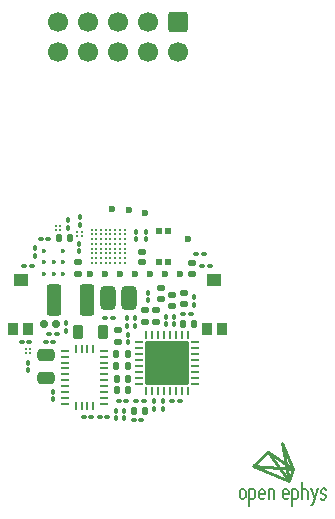
<source format=gts>
%TF.GenerationSoftware,KiCad,Pcbnew,(6.0.0)*%
%TF.CreationDate,2022-01-25T07:30:51-08:00*%
%TF.ProjectId,headstage-64s,68656164-7374-4616-9765-2d3634732e6b,A*%
%TF.SameCoordinates,Original*%
%TF.FileFunction,Soldermask,Top*%
%TF.FilePolarity,Negative*%
%FSLAX46Y46*%
G04 Gerber Fmt 4.6, Leading zero omitted, Abs format (unit mm)*
G04 Created by KiCad (PCBNEW (6.0.0)) date 2022-01-25 07:30:51*
%MOMM*%
%LPD*%
G01*
G04 APERTURE LIST*
G04 Aperture macros list*
%AMRoundRect*
0 Rectangle with rounded corners*
0 $1 Rounding radius*
0 $2 $3 $4 $5 $6 $7 $8 $9 X,Y pos of 4 corners*
0 Add a 4 corners polygon primitive as box body*
4,1,4,$2,$3,$4,$5,$6,$7,$8,$9,$2,$3,0*
0 Add four circle primitives for the rounded corners*
1,1,$1+$1,$2,$3*
1,1,$1+$1,$4,$5*
1,1,$1+$1,$6,$7*
1,1,$1+$1,$8,$9*
0 Add four rect primitives between the rounded corners*
20,1,$1+$1,$2,$3,$4,$5,0*
20,1,$1+$1,$4,$5,$6,$7,0*
20,1,$1+$1,$6,$7,$8,$9,0*
20,1,$1+$1,$8,$9,$2,$3,0*%
G04 Aperture macros list end*
%ADD10C,0.180000*%
%ADD11C,0.275000*%
%ADD12RoundRect,0.250000X-0.600000X0.600000X-0.600000X-0.600000X0.600000X-0.600000X0.600000X0.600000X0*%
%ADD13C,1.700000*%
%ADD14RoundRect,0.325000X0.325000X0.675000X-0.325000X0.675000X-0.325000X-0.675000X0.325000X-0.675000X0*%
%ADD15RoundRect,0.100000X-0.130000X-0.100000X0.130000X-0.100000X0.130000X0.100000X-0.130000X0.100000X0*%
%ADD16RoundRect,0.147500X0.172500X-0.147500X0.172500X0.147500X-0.172500X0.147500X-0.172500X-0.147500X0*%
%ADD17RoundRect,0.147500X0.147500X0.172500X-0.147500X0.172500X-0.147500X-0.172500X0.147500X-0.172500X0*%
%ADD18RoundRect,0.100000X-0.100000X0.130000X-0.100000X-0.130000X0.100000X-0.130000X0.100000X0.130000X0*%
%ADD19RoundRect,0.100000X0.130000X0.100000X-0.130000X0.100000X-0.130000X-0.100000X0.130000X-0.100000X0*%
%ADD20RoundRect,0.027500X0.247500X-0.247500X0.247500X0.247500X-0.247500X0.247500X-0.247500X-0.247500X0*%
%ADD21C,0.185000*%
%ADD22RoundRect,0.100000X0.100000X-0.130000X0.100000X0.130000X-0.100000X0.130000X-0.100000X-0.130000X0*%
%ADD23RoundRect,0.050000X-0.250000X0.200000X-0.250000X-0.200000X0.250000X-0.200000X0.250000X0.200000X0*%
%ADD24RoundRect,0.050000X-0.250000X0.075000X-0.250000X-0.075000X0.250000X-0.075000X0.250000X0.075000X0*%
%ADD25RoundRect,0.050000X0.075000X0.250000X-0.075000X0.250000X-0.075000X-0.250000X0.075000X-0.250000X0*%
%ADD26RoundRect,0.059200X1.790800X1.790800X-1.790800X1.790800X-1.790800X-1.790800X1.790800X-1.790800X0*%
%ADD27RoundRect,0.140000X0.140000X0.170000X-0.140000X0.170000X-0.140000X-0.170000X0.140000X-0.170000X0*%
%ADD28RoundRect,0.140000X0.170000X-0.140000X0.170000X0.140000X-0.170000X0.140000X-0.170000X-0.140000X0*%
%ADD29RoundRect,0.250000X-0.375000X-1.075000X0.375000X-1.075000X0.375000X1.075000X-0.375000X1.075000X0*%
%ADD30RoundRect,0.140000X-0.170000X0.140000X-0.170000X-0.140000X0.170000X-0.140000X0.170000X0.140000X0*%
%ADD31C,0.200000*%
%ADD32RoundRect,0.250000X-0.475000X0.250000X-0.475000X-0.250000X0.475000X-0.250000X0.475000X0.250000X0*%
%ADD33R,0.254000X0.675000*%
%ADD34R,0.675000X0.254000*%
%ADD35RoundRect,0.147500X-0.147500X-0.172500X0.147500X-0.172500X0.147500X0.172500X-0.147500X0.172500X0*%
%ADD36C,0.359999*%
%ADD37RoundRect,0.147500X-0.172500X0.147500X-0.172500X-0.147500X0.172500X-0.147500X0.172500X0.147500X0*%
%ADD38RoundRect,0.110000X-0.490000X-0.440000X0.490000X-0.440000X0.490000X0.440000X-0.490000X0.440000X0*%
%ADD39RoundRect,0.085000X-0.340000X-0.465000X0.340000X-0.465000X0.340000X0.465000X-0.340000X0.465000X0*%
%ADD40C,0.600000*%
%ADD41RoundRect,0.218750X0.218750X0.381250X-0.218750X0.381250X-0.218750X-0.381250X0.218750X-0.381250X0*%
%ADD42RoundRect,0.140000X-0.140000X-0.170000X0.140000X-0.170000X0.140000X0.170000X-0.140000X0.170000X0*%
%ADD43RoundRect,0.150000X0.150000X0.200000X-0.150000X0.200000X-0.150000X-0.200000X0.150000X-0.200000X0*%
G04 APERTURE END LIST*
D10*
%TO.C,*%
X139140000Y-78618750D02*
X139140000Y-77198750D01*
X140720000Y-78578750D02*
X140720000Y-78558750D01*
X140740000Y-78608750D02*
X140720000Y-78578750D01*
X140790000Y-78638750D02*
X140740000Y-78608750D01*
X140830000Y-78658750D02*
X140790000Y-78638750D01*
X141040000Y-78278750D02*
X140880000Y-78158750D01*
X141130000Y-78368750D02*
X141040000Y-78278750D01*
X141140000Y-78418750D02*
X141130000Y-78368750D01*
X141140000Y-78468750D02*
X141140000Y-78418750D01*
X140960000Y-78658750D02*
G75*
G03*
X141140000Y-78478750I0J180000D01*
G01*
X140840000Y-78658750D02*
X140960000Y-78658750D01*
X141120000Y-77788750D02*
X141120000Y-77808750D01*
X141100000Y-77758750D02*
X141120000Y-77788750D01*
X141050000Y-77728750D02*
X141100000Y-77758750D01*
X141010000Y-77708750D02*
X141050000Y-77728750D01*
X140750000Y-78058750D02*
X140910000Y-78178750D01*
X140710000Y-77998750D02*
X140750000Y-78058750D01*
X140700000Y-77948750D02*
X140710000Y-77998750D01*
X140700000Y-77898750D02*
X140700000Y-77948750D01*
X137980000Y-77948750D02*
X137980000Y-78188750D01*
X137860000Y-78628750D02*
G75*
G03*
X137930000Y-78558750I0J70000D01*
G01*
X137680000Y-78628750D02*
X137860000Y-78628750D01*
X137560000Y-78188750D02*
X137980000Y-78188750D01*
X137500000Y-78448750D02*
G75*
G03*
X137680000Y-78628750I180000J0D01*
G01*
X137500000Y-77928750D02*
X137500000Y-78448750D01*
X137680000Y-77748750D02*
G75*
G03*
X137500000Y-77928750I0J-180000D01*
G01*
X137800000Y-77748750D02*
X137680000Y-77748750D01*
X137980000Y-77928750D02*
G75*
G03*
X137800000Y-77748750I-180000J0D01*
G01*
X134670000Y-78638750D02*
X134670000Y-79158750D01*
X134970000Y-77748750D02*
X134670000Y-77748750D01*
X135150000Y-77928750D02*
G75*
G03*
X134970000Y-77748750I-180000J0D01*
G01*
X135150000Y-78448750D02*
X135150000Y-77928750D01*
X134970000Y-78628750D02*
G75*
G03*
X135150000Y-78448750I0J180000D01*
G01*
X134670000Y-78628750D02*
X134970000Y-78628750D01*
X134670000Y-77748750D02*
X134670000Y-78628750D01*
X139900000Y-79148750D02*
X139850000Y-79148750D01*
X139990000Y-79128750D02*
X139900000Y-79148750D01*
X140060000Y-79028750D02*
X139990000Y-79128750D01*
X140490000Y-77658750D02*
X140070000Y-79008750D01*
X139850000Y-77658750D02*
X140180000Y-78618750D01*
X138300000Y-78638750D02*
X138300000Y-79158750D01*
X135960000Y-77948750D02*
X135960000Y-78188750D01*
X135840000Y-78628750D02*
G75*
G03*
X135910000Y-78558750I0J70000D01*
G01*
X135660000Y-78628750D02*
X135840000Y-78628750D01*
X135540000Y-78188750D02*
X135960000Y-78188750D01*
X140880000Y-77708750D02*
G75*
G03*
X140700000Y-77888750I0J-180000D01*
G01*
X141000000Y-77708750D02*
X140880000Y-77708750D01*
X139440000Y-77748750D02*
X139210000Y-77748750D01*
X139620000Y-77928750D02*
G75*
G03*
X139440000Y-77748750I-180000J0D01*
G01*
X139630000Y-78628750D02*
X139620000Y-77928750D01*
X138600000Y-77748750D02*
X138300000Y-77748750D01*
X138780000Y-77928750D02*
G75*
G03*
X138600000Y-77748750I-180000J0D01*
G01*
X138780000Y-78448750D02*
X138780000Y-77928750D01*
X138600000Y-78628750D02*
G75*
G03*
X138780000Y-78448750I0J180000D01*
G01*
X138300000Y-78628750D02*
X138600000Y-78628750D01*
X138300000Y-77748750D02*
X138300000Y-78628750D01*
X136300000Y-77748750D02*
X136300000Y-78628750D01*
X136600000Y-77748750D02*
X136300000Y-77748750D01*
X136780000Y-77928750D02*
G75*
G03*
X136600000Y-77748750I-180000J0D01*
G01*
X136780000Y-78628750D02*
X136780000Y-77928750D01*
X135480000Y-78448750D02*
G75*
G03*
X135660000Y-78628750I180000J0D01*
G01*
X135480000Y-77928750D02*
X135480000Y-78448750D01*
X135660000Y-77748750D02*
G75*
G03*
X135480000Y-77928750I0J-180000D01*
G01*
X135780000Y-77748750D02*
X135660000Y-77748750D01*
X135960000Y-77928750D02*
G75*
G03*
X135780000Y-77748750I-180000J0D01*
G01*
X133860000Y-78448750D02*
G75*
G03*
X134040000Y-78628750I180000J0D01*
G01*
X133860000Y-77928750D02*
X133860000Y-78448750D01*
X134040000Y-77748750D02*
G75*
G03*
X133860000Y-77928750I0J-180000D01*
G01*
X134160000Y-77748750D02*
X134040000Y-77748750D01*
X134340000Y-77928750D02*
G75*
G03*
X134160000Y-77748750I-180000J0D01*
G01*
X134340000Y-78448750D02*
X134340000Y-77928750D01*
X134160000Y-78628750D02*
G75*
G03*
X134340000Y-78448750I0J180000D01*
G01*
X134040000Y-78628750D02*
X134160000Y-78628750D01*
D11*
X136260000Y-74588750D02*
X138060000Y-77088750D01*
X134960000Y-75788750D02*
X136260000Y-74588750D01*
X138360000Y-76088750D02*
X136260000Y-74588750D01*
X137460000Y-73888750D02*
X138360000Y-76088750D01*
X138060000Y-77088750D02*
X137460000Y-73888750D01*
X138060000Y-77088750D02*
X138360000Y-76088750D01*
X134960000Y-75788750D02*
X138360000Y-76088750D01*
X138060000Y-77088750D02*
X134960000Y-75788750D01*
%TD*%
D12*
%TO.C,J3*%
X128580000Y-38247500D03*
D13*
X126040000Y-38247500D03*
X123500000Y-38247500D03*
X120960000Y-38247500D03*
X118420000Y-38247500D03*
X128580000Y-40787500D03*
X126040000Y-40787500D03*
X123500000Y-40787500D03*
X120960000Y-40787500D03*
X118420000Y-40787500D03*
%TD*%
D14*
%TO.C,J1*%
X124510000Y-61550000D03*
X122710000Y-61550000D03*
%TD*%
D15*
%TO.C,C24*%
X115580000Y-58900000D03*
X116220000Y-58900000D03*
%TD*%
D16*
%TO.C,L7*%
X127150000Y-61710000D03*
X127150000Y-60740000D03*
%TD*%
D17*
%TO.C,L2*%
X124370000Y-67300000D03*
X123400000Y-67300000D03*
%TD*%
%TO.C,L1*%
X124385000Y-68400000D03*
X123415000Y-68400000D03*
%TD*%
D18*
%TO.C,R16*%
X116475000Y-57380000D03*
X116475000Y-58020000D03*
%TD*%
D19*
%TO.C,C41*%
X117650000Y-56550000D03*
X117010000Y-56550000D03*
%TD*%
D20*
%TO.C,SW1*%
X127025000Y-58525000D03*
X127775000Y-58525000D03*
X127025000Y-55875000D03*
X127775000Y-55875000D03*
%TD*%
D19*
%TO.C,C27*%
X116020000Y-65300000D03*
X115380000Y-65300000D03*
%TD*%
D21*
%TO.C,U8*%
X124100000Y-58600000D03*
X123700000Y-58600000D03*
X123300000Y-58600000D03*
X122900000Y-58600000D03*
X122500000Y-58600000D03*
X122100000Y-58600000D03*
X121700000Y-58600000D03*
X121300000Y-58600000D03*
X124100000Y-58200000D03*
X123700000Y-58200000D03*
X123300000Y-58200000D03*
X122900000Y-58200000D03*
X122500000Y-58200000D03*
X122100000Y-58200000D03*
X121700000Y-58200000D03*
X121300000Y-58200000D03*
X124100000Y-57800000D03*
X123700000Y-57800000D03*
X123300000Y-57800000D03*
X122900000Y-57800000D03*
X122500000Y-57800000D03*
X122100000Y-57800000D03*
X121700000Y-57800000D03*
X121300000Y-57800000D03*
X124100000Y-57400000D03*
X123700000Y-57400000D03*
X123300000Y-57400000D03*
X122900000Y-57400000D03*
X122500000Y-57400000D03*
X122100000Y-57400000D03*
X121700000Y-57400000D03*
X121300000Y-57400000D03*
X124100000Y-57000000D03*
X123700000Y-57000000D03*
X123300000Y-57000000D03*
X122900000Y-57000000D03*
X122500000Y-57000000D03*
X122100000Y-57000000D03*
X121700000Y-57000000D03*
X121300000Y-57000000D03*
X124100000Y-56600000D03*
X123700000Y-56600000D03*
X123300000Y-56600000D03*
X122900000Y-56600000D03*
X122500000Y-56600000D03*
X122100000Y-56600000D03*
X121700000Y-56600000D03*
X121300000Y-56600000D03*
X124100000Y-56200000D03*
X123700000Y-56200000D03*
X123300000Y-56200000D03*
X122900000Y-56200000D03*
X122500000Y-56200000D03*
X122100000Y-56200000D03*
X121700000Y-56200000D03*
X121300000Y-56200000D03*
X124100000Y-55800000D03*
X123700000Y-55800000D03*
X123300000Y-55800000D03*
X122900000Y-55800000D03*
X122500000Y-55800000D03*
X122100000Y-55800000D03*
X121700000Y-55800000D03*
X121300000Y-55800000D03*
%TD*%
D22*
%TO.C,R15*%
X126070000Y-61770000D03*
X126070000Y-61130000D03*
%TD*%
D23*
%TO.C,D2*%
X125600000Y-57650000D03*
X125600000Y-58550000D03*
%TD*%
D24*
%TO.C,U7*%
X130100000Y-68849999D03*
X130100000Y-68350000D03*
X130100000Y-67850001D03*
X130100000Y-67350000D03*
X130100000Y-66850000D03*
X130100000Y-66350002D03*
X130100000Y-65850000D03*
X130100000Y-65350001D03*
D25*
X129449999Y-64700000D03*
X128950000Y-64700000D03*
X128450001Y-64700000D03*
X127950000Y-64700000D03*
X127450000Y-64700000D03*
X126950002Y-64700000D03*
X126450000Y-64700000D03*
X125950001Y-64700000D03*
D24*
X125300000Y-65350001D03*
X125300000Y-65850000D03*
X125300000Y-66350002D03*
X125300000Y-66850000D03*
X125300000Y-67350000D03*
X125300000Y-67850001D03*
X125300000Y-68350000D03*
X125300000Y-68849999D03*
D25*
X125950001Y-69500000D03*
X126450000Y-69500000D03*
X126950002Y-69500000D03*
X127450000Y-69500000D03*
X127950000Y-69500000D03*
X128450001Y-69500000D03*
X128950000Y-69500000D03*
X129449999Y-69500000D03*
D26*
X127700000Y-67100000D03*
%TD*%
D18*
%TO.C,C29*%
X115900000Y-67080000D03*
X115900000Y-67720000D03*
%TD*%
%TO.C,C40*%
X120275000Y-57005000D03*
X120275000Y-57645000D03*
%TD*%
D22*
%TO.C,C20*%
X118025000Y-70145000D03*
X118025000Y-69505000D03*
%TD*%
%TO.C,R25*%
X125100000Y-56620000D03*
X125100000Y-55980000D03*
%TD*%
D27*
%TO.C,C34*%
X124355000Y-66325000D03*
X123395000Y-66325000D03*
%TD*%
D18*
%TO.C,R7*%
X119100000Y-63705000D03*
X119100000Y-64345000D03*
%TD*%
D15*
%TO.C,R8*%
X122480000Y-63300000D03*
X123120000Y-63300000D03*
%TD*%
D18*
%TO.C,R20*%
X125900000Y-55980000D03*
X125900000Y-56620000D03*
%TD*%
D22*
%TO.C,C8*%
X124300000Y-63920000D03*
X124300000Y-63280000D03*
%TD*%
D19*
%TO.C,C14*%
X124250000Y-70275000D03*
X123610000Y-70275000D03*
%TD*%
D15*
%TO.C,R11*%
X117405000Y-65325000D03*
X118045000Y-65325000D03*
%TD*%
D28*
%TO.C,C12*%
X125830000Y-63600000D03*
X125830000Y-62640000D03*
%TD*%
D22*
%TO.C,R5*%
X127375000Y-70970000D03*
X127375000Y-70330000D03*
%TD*%
%TO.C,C16*%
X128275000Y-63820000D03*
X128275000Y-63180000D03*
%TD*%
D27*
%TO.C,C17*%
X124380000Y-69400000D03*
X123420000Y-69400000D03*
%TD*%
D18*
%TO.C,C4*%
X126625000Y-70330000D03*
X126625000Y-70970000D03*
%TD*%
D19*
%TO.C,C7*%
X125745000Y-70275000D03*
X125105000Y-70275000D03*
%TD*%
D22*
%TO.C,C37*%
X120300000Y-55370000D03*
X120300000Y-54730000D03*
%TD*%
D15*
%TO.C,C26*%
X130180000Y-57850000D03*
X130820000Y-57850000D03*
%TD*%
D29*
%TO.C,L3*%
X118130000Y-61720000D03*
X120930000Y-61720000D03*
%TD*%
D30*
%TO.C,C2*%
X123500000Y-64320000D03*
X123500000Y-65280000D03*
%TD*%
D27*
%TO.C,C1*%
X125830000Y-71125000D03*
X124870000Y-71125000D03*
%TD*%
D31*
%TO.C,U4*%
X115725000Y-66250000D03*
X115725000Y-65900000D03*
X116075000Y-66250000D03*
X116075000Y-65900000D03*
%TD*%
D32*
%TO.C,C18*%
X117425000Y-66425000D03*
X117425000Y-68325000D03*
%TD*%
D31*
%TO.C,U10*%
X118275000Y-55500000D03*
X118625000Y-55500000D03*
X118275000Y-55850000D03*
X118625000Y-55850000D03*
%TD*%
D33*
%TO.C,U3*%
X119950000Y-65912500D03*
D34*
X122362500Y-70550000D03*
D33*
X119950000Y-70687500D03*
D34*
X119037500Y-70550000D03*
D33*
X120450000Y-70687500D03*
X120950000Y-70687500D03*
X121450000Y-70687500D03*
D34*
X119037500Y-70050000D03*
X119037500Y-69550000D03*
X119037500Y-69050000D03*
X119037500Y-68550000D03*
X119037500Y-68050000D03*
X119037500Y-67550000D03*
X119037500Y-67050000D03*
X119037500Y-66550000D03*
X119037500Y-66050000D03*
X122362500Y-70050000D03*
X122362500Y-69550000D03*
X122362500Y-69050000D03*
X122362500Y-68550000D03*
X122362500Y-68050000D03*
X122362500Y-67550000D03*
X122362500Y-67050000D03*
X122362500Y-66550000D03*
X122362500Y-66050000D03*
D33*
X120450000Y-65912500D03*
X120950000Y-65912500D03*
X121450000Y-65912500D03*
%TD*%
D35*
%TO.C,L9*%
X118520000Y-56500000D03*
X119490000Y-56500000D03*
%TD*%
D15*
%TO.C,R12*%
X117710000Y-64625000D03*
X118350000Y-64625000D03*
%TD*%
D22*
%TO.C,C21*%
X123375000Y-71770000D03*
X123375000Y-71130000D03*
%TD*%
D15*
%TO.C,R6*%
X128130000Y-70275000D03*
X128770000Y-70275000D03*
%TD*%
D19*
%TO.C,C9*%
X129695000Y-62975000D03*
X129055000Y-62975000D03*
%TD*%
D22*
%TO.C,C6*%
X129975000Y-62170000D03*
X129975000Y-61530000D03*
%TD*%
%TO.C,C15*%
X124400000Y-65320000D03*
X124400000Y-64680000D03*
%TD*%
D36*
%TO.C,U5*%
X117299999Y-59574998D03*
X117300000Y-58575000D03*
X117300000Y-57575000D03*
X118100000Y-59575000D03*
X118100000Y-58575000D03*
X118900000Y-59575000D03*
X118900000Y-58575000D03*
X118900000Y-57575000D03*
%TD*%
D37*
%TO.C,L8*%
X120175000Y-58565000D03*
X120175000Y-59535000D03*
%TD*%
D19*
%TO.C,R4*%
X122645000Y-71675000D03*
X122005000Y-71675000D03*
%TD*%
D22*
%TO.C,C5*%
X125000000Y-63920000D03*
X125000000Y-63280000D03*
%TD*%
D38*
%TO.C,D1*%
X115300000Y-60050000D03*
D39*
X115950000Y-64200000D03*
X114650000Y-64200000D03*
%TD*%
D40*
%TO.C,TP4*%
X124450000Y-54125000D03*
%TD*%
D28*
%TO.C,C25*%
X129800000Y-59580000D03*
X129800000Y-58620000D03*
%TD*%
D40*
%TO.C,J5*%
X121187047Y-59567641D03*
X122457047Y-59567641D03*
X123727047Y-59567641D03*
X124997047Y-59567641D03*
X126267047Y-59567641D03*
X127537047Y-59567641D03*
X128807047Y-59567641D03*
%TD*%
D41*
%TO.C,L4*%
X122262500Y-64500000D03*
X120137500Y-64500000D03*
%TD*%
D28*
%TO.C,C35*%
X128125000Y-62280000D03*
X128125000Y-61320000D03*
%TD*%
D19*
%TO.C,R3*%
X125495000Y-71900000D03*
X124855000Y-71900000D03*
%TD*%
%TO.C,R17*%
X131320000Y-58875000D03*
X130680000Y-58875000D03*
%TD*%
D38*
%TO.C,D3*%
X131700000Y-60050000D03*
D39*
X132350000Y-64200000D03*
X131050000Y-64200000D03*
%TD*%
D40*
%TO.C,TP9*%
X129450000Y-56575000D03*
%TD*%
D28*
%TO.C,C13*%
X126750000Y-63600000D03*
X126750000Y-62640000D03*
%TD*%
D40*
%TO.C,TP2*%
X125800000Y-54400000D03*
%TD*%
D15*
%TO.C,R10*%
X120630000Y-71675000D03*
X121270000Y-71675000D03*
%TD*%
D40*
%TO.C,TP8*%
X123030000Y-54030000D03*
%TD*%
D22*
%TO.C,C11*%
X127575000Y-63820000D03*
X127575000Y-63180000D03*
%TD*%
D28*
%TO.C,C3*%
X129100000Y-62130000D03*
X129100000Y-61170000D03*
%TD*%
D22*
%TO.C,R9*%
X124075000Y-71770000D03*
X124075000Y-71130000D03*
%TD*%
D42*
%TO.C,C10*%
X129020000Y-63750000D03*
X129980000Y-63750000D03*
%TD*%
D31*
%TO.C,U9*%
X120100000Y-56375000D03*
X120100000Y-56025000D03*
X120450000Y-56375000D03*
X120450000Y-56025000D03*
%TD*%
D43*
%TO.C,F1*%
X118250000Y-63800000D03*
X117250000Y-63800000D03*
%TD*%
D22*
%TO.C,C38*%
X119325000Y-55645000D03*
X119325000Y-55005000D03*
%TD*%
M02*

</source>
